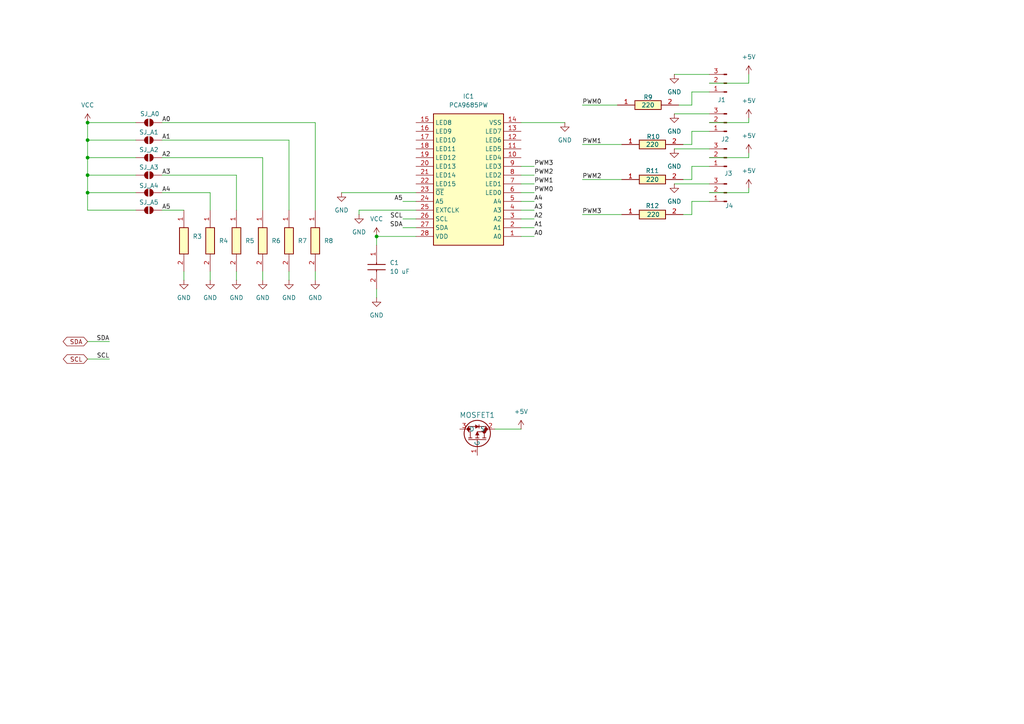
<source format=kicad_sch>
(kicad_sch (version 20250114) (generator "eeschema") (generator_version "9.0")
  (paper "A4")
  (lib_symbols
    (symbol "Capacitors:C0805C106K8PACTU" (pin_names (hide yes))
      (property "Reference" "C" (at 8.89 6.35 0))
      (property "Value" "C0805C106K8PACTU" (at 8.89 3.81 0))
      (symbol "C0805C106K8PACTU_1_1"
        (polyline (pts (xy 5.08 0) (xy 5.588 0)) (stroke (width 0.254)))
        (polyline (pts (xy 5.588 2.54) (xy 5.588 -2.54)) (stroke (width 0.254)))
        (polyline (pts (xy 7.112 2.54) (xy 7.112 -2.54)) (stroke (width 0.254)))
        (polyline (pts (xy 7.112 0) (xy 7.62 0)) (stroke (width 0.254)))
        (pin passive line (at 0 0 0) (length 5.08) (name "1") (number "1"))
        (pin passive line (at 12.7 0 180) (length 5.08) (name "2") (number "2"))
      )
    )
    (symbol "Connector:Conn_01x03_Pin" (pin_names (offset 1.016) (hide yes))
      (property "Reference" "J" (at 0 5.08 0))
      (property "Value" "Conn_01x03_Pin" (at 0 -5.08 0))
      (symbol "Conn_01x03_Pin_1_1"
        (rectangle (start 0.8636 2.667) (end 0 2.413) (stroke (width 0.1524)) (fill (type outline)))
        (rectangle (start 0.8636 0.127) (end 0 -0.127) (stroke (width 0.1524)) (fill (type outline)))
        (rectangle (start 0.8636 -2.413) (end 0 -2.667) (stroke (width 0.1524)) (fill (type outline)))
        (polyline (pts (xy 1.27 2.54) (xy 0.8636 2.54)) (stroke (width 0.1524)))
        (polyline (pts (xy 1.27 0) (xy 0.8636 0)) (stroke (width 0.1524)))
        (polyline (pts (xy 1.27 -2.54) (xy 0.8636 -2.54)) (stroke (width 0.1524)))
        (pin passive line (at 5.08 2.54 180) (length 3.81) (name "Pin_1") (number "1"))
        (pin passive line (at 5.08 0 180) (length 3.81) (name "Pin_2") (number "2"))
        (pin passive line (at 5.08 -2.54 180) (length 3.81) (name "Pin_3") (number "3"))
      )
    )
    (symbol "Drivers:PCA9685PW"
      (property "Reference" "IC" (at 26.67 7.62 0))
      (property "Value" "PCA9685PW" (at 26.67 5.08 0))
      (symbol "PCA9685PW_1_1"
        (rectangle (start 5.08 2.54) (end 25.4 -35.56) (stroke (width 0.254)) (fill (type background)))
        (pin passive line (at 0 0 0) (length 5.08) (name "A0") (number "1"))
        (pin passive line (at 0 -2.54 0) (length 5.08) (name "A1") (number "2"))
        (pin passive line (at 0 -5.08 0) (length 5.08) (name "A2") (number "3"))
        (pin passive line (at 0 -7.62 0) (length 5.08) (name "A3") (number "4"))
        (pin passive line (at 0 -10.16 0) (length 5.08) (name "A4") (number "5"))
        (pin passive line (at 0 -12.7 0) (length 5.08) (name "LED0") (number "6"))
        (pin passive line (at 0 -15.24 0) (length 5.08) (name "LED1") (number "7"))
        (pin passive line (at 0 -17.78 0) (length 5.08) (name "LED2") (number "8"))
        (pin passive line (at 0 -20.32 0) (length 5.08) (name "LED3") (number "9"))
        (pin passive line (at 0 -22.86 0) (length 5.08) (name "LED4") (number "10"))
        (pin passive line (at 0 -25.4 0) (length 5.08) (name "LED5") (number "11"))
        (pin passive line (at 0 -27.94 0) (length 5.08) (name "LED6") (number "12"))
        (pin passive line (at 0 -30.48 0) (length 5.08) (name "LED7") (number "13"))
        (pin passive line (at 0 -33.02 0) (length 5.08) (name "VSS") (number "14"))
        (pin passive line (at 30.48 0 180) (length 5.08) (name "VDD") (number "28"))
        (pin passive line (at 30.48 -2.54 180) (length 5.08) (name "SDA") (number "27"))
        (pin passive line (at 30.48 -5.08 180) (length 5.08) (name "SCL") (number "26"))
        (pin passive line (at 30.48 -7.62 180) (length 5.08) (name "EXTCLK") (number "25"))
        (pin passive line (at 30.48 -10.16 180) (length 5.08) (name "A5") (number "24"))
        (pin passive line (at 30.48 -12.7 180) (length 5.08) (name "~{OE}") (number "23"))
        (pin passive line (at 30.48 -15.24 180) (length 5.08) (name "LED15") (number "22"))
        (pin passive line (at 30.48 -17.78 180) (length 5.08) (name "LED14") (number "21"))
        (pin passive line (at 30.48 -20.32 180) (length 5.08) (name "LED13") (number "20"))
        (pin passive line (at 30.48 -22.86 180) (length 5.08) (name "LED12") (number "19"))
        (pin passive line (at 30.48 -25.4 180) (length 5.08) (name "LED11") (number "18"))
        (pin passive line (at 30.48 -27.94 180) (length 5.08) (name "LED10") (number "17"))
        (pin passive line (at 30.48 -30.48 180) (length 5.08) (name "LED9") (number "16"))
        (pin passive line (at 30.48 -33.02 180) (length 5.08) (name "LED8") (number "15"))
      )
    )
    (symbol "Jumper:SolderJumper_2_Open" (pin_numbers (hide yes)) (pin_names (offset 0) (hide yes)) (in_bom no)
      (property "Reference" "JP" (at 0 2.032 0))
      (property "Value" "SolderJumper_2_Open" (at 0 -2.54 0))
      (symbol "SolderJumper_2_Open_0_1"
        (polyline (pts (xy -0.254 1.016) (xy -0.254 -1.016)))
        (arc (start -0.254 -1.016) (mid -1.2656 0) (end -0.254 1.016))
        (arc (start -0.254 -1.016) (mid -1.2656 0) (end -0.254 1.016) (fill (type outline)))
        (arc (start 0.254 1.016) (mid 1.2656 0) (end 0.254 -1.016))
        (arc (start 0.254 1.016) (mid 1.2656 0) (end 0.254 -1.016) (fill (type outline)))
        (polyline (pts (xy 0.254 1.016) (xy 0.254 -1.016)))
      )
      (symbol "SolderJumper_2_Open_1_1"
        (pin passive line (at -3.81 0 0) (length 2.54) (name "A") (number "1"))
        (pin passive line (at 3.81 0 180) (length 2.54) (name "B") (number "2"))
      )
    )
    (symbol "Mosfets:IRLML6401TRPBF" (pin_names (offset 0.254))
      (property "Reference" "MOSFET" (at 11.43 1.905 0))
      (property "Value" "IRLML6401TRPBF" (at 11.43 -2.54 0))
      (symbol "IRLML6401TRPBF_0_1"
        (polyline (pts (xy 2.54 0) (xy 4.572 0)) (stroke (width 0.2032)))
        (polyline (pts (xy 4.572 -2.54) (xy 4.572 2.54)) (stroke (width 0.2032)))
        (polyline (pts (xy 5.08 2.032) (xy 6.858 2.032)) (stroke (width 0.2032)))
        (polyline (pts (xy 5.08 1.524) (xy 5.08 2.54)) (stroke (width 0.2032)))
        (polyline (pts (xy 5.08 0) (xy 6.858 0)) (stroke (width 0.2032)))
        (polyline (pts (xy 5.08 -0.508) (xy 5.08 0.508)) (stroke (width 0.2032)))
        (polyline (pts (xy 5.08 -2.032) (xy 6.858 -2.032)) (stroke (width 0.2032)))
        (polyline (pts (xy 5.08 -2.54) (xy 5.08 -1.524)) (stroke (width 0.2032)))
        (polyline (pts (xy 5.842 0.508) (xy 6.858 0) (xy 5.842 -0.508)) (fill (type outline)))
        (circle (center 6.35 0) (radius 3.81) (stroke (width 0.254)))
        (polyline (pts (xy 6.858 2.54) (xy 8.382 2.54)) (stroke (width 0.2032)))
        (polyline (pts (xy 6.858 2.032) (xy 6.858 2.54)) (stroke (width 0.2032)))
        (circle (center 6.858 -2.032) (radius 0.0254) (stroke (width 0.508)))
        (polyline (pts (xy 6.858 -2.54) (xy 6.858 0)) (stroke (width 0.2032)))
        (polyline (pts (xy 6.858 -2.54) (xy 8.382 -2.54)) (stroke (width 0.2032)))
        (circle (center 7.62 2.54) (radius 0.0254) (stroke (width 0.508)))
        (circle (center 7.62 -2.54) (radius 0.0254) (stroke (width 0.508)))
        (polyline (pts (xy 8.382 -2.54) (xy 8.382 2.54)) (stroke (width 0.2032)))
        (polyline (pts (xy 8.89 0.508) (xy 7.874 0.508) (xy 8.382 -0.508)) (fill (type outline)))
        (polyline (pts (xy 8.89 -0.508) (xy 7.874 -0.508)) (stroke (width 0.2032)))
        (pin unspecified line (at 0 0 0) (length 2.54) (name "G") (number "1"))
        (pin unspecified line (at 7.62 5.08 270) (length 2.54) (name "D") (number "3"))
        (pin unspecified line (at 7.62 -5.08 90) (length 2.54) (name "S") (number "2"))
      )
    )
    (symbol "Resistors:RC0402JR-13220RL" (pin_names (hide yes))
      (property "Reference" "R" (at 13.97 6.35 0))
      (property "Value" "RC0402JR-13220RL" (at 13.97 3.81 0))
      (symbol "RC0402JR-13220RL_1_1"
        (rectangle (start 5.08 1.27) (end 12.7 -1.27) (stroke (width 0.254)) (fill (type background)))
        (pin passive line (at 0 0 0) (length 5.08) (name "1") (number "1"))
        (pin passive line (at 17.78 0 180) (length 5.08) (name "2") (number "2"))
      )
    )
    (symbol "Resistors:RC0603FR-0710KL" (pin_names (hide yes))
      (property "Reference" "R" (at 13.97 6.35 0))
      (property "Value" "RC0603FR-0710KL" (at 13.97 3.81 0))
      (symbol "RC0603FR-0710KL_1_1"
        (rectangle (start 5.08 1.27) (end 12.7 -1.27) (stroke (width 0.254)) (fill (type background)))
        (pin passive line (at 0 0 0) (length 5.08) (name "1") (number "1"))
        (pin passive line (at 17.78 0 180) (length 5.08) (name "2") (number "2"))
      )
    )
    (symbol "power:+5V" (power) (pin_numbers (hide yes)) (pin_names (offset 0) (hide yes))
      (property "Value" "+5V" (at 0 3.556 0))
      (symbol "+5V_0_1"
        (polyline (pts (xy -0.762 1.27) (xy 0 2.54)))
        (polyline (pts (xy 0 2.54) (xy 0.762 1.27)))
        (polyline (pts (xy 0 0) (xy 0 2.54)))
      )
      (symbol "+5V_1_1"
        (pin power_in line (at 0 0 90) (length 0) (name "~") (number "1"))
      )
    )
    (symbol "power:GND" (power) (pin_numbers (hide yes)) (pin_names (offset 0) (hide yes))
      (property "Value" "GND" (at 0 -3.81 0))
      (symbol "GND_0_1"
        (polyline (pts (xy 0 0) (xy 0 -1.27) (xy 1.27 -1.27) (xy 0 -2.54) (xy -1.27 -1.27) (xy 0 -1.27)))
      )
      (symbol "GND_1_1"
        (pin power_in line (at 0 0 270) (length 0) (name "~") (number "1"))
      )
    )
    (symbol "power:VCC" (power) (pin_numbers (hide yes)) (pin_names (offset 0) (hide yes))
      (property "Value" "VCC" (at 0 3.556 0))
      (symbol "VCC_0_1"
        (polyline (pts (xy -0.762 1.27) (xy 0 2.54)))
        (polyline (pts (xy 0 2.54) (xy 0.762 1.27)))
        (polyline (pts (xy 0 0) (xy 0 2.54)))
      )
      (symbol "VCC_1_1"
        (pin power_in line (at 0 0 90) (length 0) (name "~") (number "1"))
      )
    )
  )
  (junction (at 25.4 35.56))
  (junction (at 25.4 45.72))
  (junction (at 25.4 40.64))
  (junction (at 109.22 68.58))
  (junction (at 25.4 55.88))
  (junction (at 25.4 50.8))
  (wire (pts (xy 68.58 50.8) (xy 68.58 60.96)))
  (wire (pts (xy 83.82 40.64) (xy 83.82 60.96)))
  (wire (pts (xy 25.4 50.8) (xy 39.37 50.8)))
  (wire (pts (xy 25.4 99.06) (xy 31.75 99.06)))
  (wire (pts (xy 83.82 78.74) (xy 83.82 81.28)))
  (wire (pts (xy 168.91 52.07) (xy 180.34 52.07)))
  (wire (pts (xy 116.84 63.5) (xy 120.65 63.5)))
  (wire (pts (xy 205.74 45.72) (xy 217.17 45.72)))
  (wire (pts (xy 151.13 68.58) (xy 154.94 68.58)))
  (wire (pts (xy 99.06 55.88) (xy 120.65 55.88)))
  (wire (pts (xy 25.4 45.72) (xy 39.37 45.72)))
  (wire (pts (xy 25.4 40.64) (xy 39.37 40.64)))
  (wire (pts (xy 91.44 78.74) (xy 91.44 81.28)))
  (wire (pts (xy 198.12 62.23) (xy 200.66 62.23)))
  (wire (pts (xy 25.4 35.56) (xy 25.4 40.64)))
  (wire (pts (xy 109.22 83.82) (xy 109.22 86.36)))
  (wire (pts (xy 195.58 21.59) (xy 205.74 21.59)))
  (wire (pts (xy 198.12 41.91) (xy 200.66 41.91)))
  (wire (pts (xy 217.17 24.13) (xy 205.74 24.13)))
  (wire (pts (xy 151.13 50.8) (xy 154.94 50.8)))
  (wire (pts (xy 25.4 55.88) (xy 25.4 60.96)))
  (wire (pts (xy 109.22 68.58) (xy 120.65 68.58)))
  (wire (pts (xy 200.66 58.42) (xy 205.74 58.42)))
  (wire (pts (xy 151.13 48.26) (xy 154.94 48.26)))
  (wire (pts (xy 46.99 50.8) (xy 68.58 50.8)))
  (wire (pts (xy 195.58 53.34) (xy 205.74 53.34)))
  (wire (pts (xy 25.4 35.56) (xy 39.37 35.56)))
  (wire (pts (xy 151.13 53.34) (xy 154.94 53.34)))
  (wire (pts (xy 25.4 45.72) (xy 25.4 50.8)))
  (wire (pts (xy 195.58 43.18) (xy 205.74 43.18)))
  (wire (pts (xy 25.4 104.14) (xy 31.75 104.14)))
  (wire (pts (xy 217.17 35.56) (xy 217.17 34.29)))
  (wire (pts (xy 104.14 60.96) (xy 104.14 62.23)))
  (wire (pts (xy 25.4 40.64) (xy 25.4 45.72)))
  (wire (pts (xy 200.66 52.07) (xy 200.66 48.26)))
  (wire (pts (xy 151.13 60.96) (xy 154.94 60.96)))
  (wire (pts (xy 76.2 45.72) (xy 76.2 60.96)))
  (wire (pts (xy 25.4 60.96) (xy 39.37 60.96)))
  (wire (pts (xy 25.4 55.88) (xy 39.37 55.88)))
  (wire (pts (xy 200.66 26.67) (xy 205.74 26.67)))
  (wire (pts (xy 53.34 78.74) (xy 53.34 81.28)))
  (wire (pts (xy 200.66 62.23) (xy 200.66 58.42)))
  (wire (pts (xy 109.22 68.58) (xy 109.22 71.12)))
  (wire (pts (xy 217.17 21.59) (xy 217.17 24.13)))
  (wire (pts (xy 46.99 35.56) (xy 91.44 35.56)))
  (wire (pts (xy 116.84 66.04) (xy 120.65 66.04)))
  (wire (pts (xy 151.13 58.42) (xy 154.94 58.42)))
  (wire (pts (xy 168.91 30.48) (xy 179.07 30.48)))
  (wire (pts (xy 143.51 124.46) (xy 151.13 124.46)))
  (wire (pts (xy 151.13 63.5) (xy 154.94 63.5)))
  (wire (pts (xy 68.58 78.74) (xy 68.58 81.28)))
  (wire (pts (xy 46.99 45.72) (xy 76.2 45.72)))
  (wire (pts (xy 151.13 66.04) (xy 154.94 66.04)))
  (wire (pts (xy 46.99 60.96) (xy 53.34 60.96)))
  (wire (pts (xy 168.91 62.23) (xy 180.34 62.23)))
  (wire (pts (xy 200.66 41.91) (xy 200.66 38.1)))
  (wire (pts (xy 217.17 55.88) (xy 217.17 54.61)))
  (wire (pts (xy 116.84 58.42) (xy 120.65 58.42)))
  (wire (pts (xy 120.65 60.96) (xy 104.14 60.96)))
  (wire (pts (xy 198.12 52.07) (xy 200.66 52.07)))
  (wire (pts (xy 151.13 55.88) (xy 154.94 55.88)))
  (wire (pts (xy 168.91 41.91) (xy 180.34 41.91)))
  (wire (pts (xy 25.4 50.8) (xy 25.4 55.88)))
  (wire (pts (xy 205.74 55.88) (xy 217.17 55.88)))
  (wire (pts (xy 205.74 35.56) (xy 217.17 35.56)))
  (wire (pts (xy 76.2 78.74) (xy 76.2 81.28)))
  (wire (pts (xy 195.58 33.02) (xy 205.74 33.02)))
  (wire (pts (xy 217.17 45.72) (xy 217.17 44.45)))
  (wire (pts (xy 46.99 40.64) (xy 83.82 40.64)))
  (wire (pts (xy 60.96 55.88) (xy 60.96 60.96)))
  (wire (pts (xy 200.66 30.48) (xy 200.66 26.67)))
  (wire (pts (xy 91.44 35.56) (xy 91.44 60.96)))
  (wire (pts (xy 200.66 48.26) (xy 205.74 48.26)))
  (wire (pts (xy 46.99 55.88) (xy 60.96 55.88)))
  (wire (pts (xy 196.85 30.48) (xy 200.66 30.48)))
  (wire (pts (xy 151.13 35.56) (xy 163.83 35.56)))
  (wire (pts (xy 200.66 38.1) (xy 205.74 38.1)))
  (wire (pts (xy 60.96 78.74) (xy 60.96 81.28)))
  (label "PWM2" (at 168.91 52.07 0))
  (label "SCL" (at 31.75 104.14 180))
  (label "PWM1" (at 168.91 41.91 0))
  (label "A2" (at 154.94 63.5 0))
  (label "A3" (at 46.99 50.8 0))
  (label "SCL" (at 116.84 63.5 180))
  (label "SDA" (at 116.84 66.04 180))
  (label "A4" (at 154.94 58.42 0))
  (label "PWM0" (at 168.91 30.48 0))
  (label "A1" (at 154.94 66.04 0))
  (label "A4" (at 46.99 55.88 0))
  (label "PWM0" (at 154.94 55.88 0))
  (label "A1" (at 46.99 40.64 0))
  (label "A3" (at 154.94 60.96 0))
  (label "PWM1" (at 154.94 53.34 0))
  (label "A5" (at 46.99 60.96 0))
  (label "A2" (at 46.99 45.72 0))
  (label "PWM2" (at 154.94 50.8 0))
  (label "A5" (at 116.84 58.42 180))
  (label "PWM3" (at 154.94 48.26 0))
  (label "PWM3" (at 168.91 62.23 0))
  (label "A0" (at 154.94 68.58 0))
  (label "A0" (at 46.99 35.56 0))
  (label "SDA" (at 31.75 99.06 180))
  (global_label "SCL" (shape bidirectional) (at 25.4 104.14 180) (property "Intersheetrefs" "${INTERSHEET_REFS}" (effects (hide yes))))
  (global_label "SDA" (shape bidirectional) (at 25.4 99.06 180) (property "Intersheetrefs" "${INTERSHEET_REFS}" (effects (hide yes))))
  (symbol (lib_id "Jumper:SolderJumper_2_Open") (at 43.18 45.72 0) (unit 1) (in_bom no)
    (property "Reference" "SJ_A2" (at 43.18 43.434 0))
    (property "Value" "SolderJumper_2_Open" (effects (hide yes)))
    (property "Description" "Solder Jumper, 2-pole, open" (effects (hide yes)))
  )
  (symbol (lib_id "Mosfets:IRLML6401TRPBF") (at 138.43 132.08 90) (unit 1)
    (property "Reference" "MOSFET1" (at 138.43 120.396 90) (effects (font (size 1.524 1.524))))
    (property "Value" "IRLML6401TRPBF" (effects (hide yes)))
    (property "Footprint" "Mosfets:MICRO3_SOT23_INF" (effects (hide yes)))
    (property "Datasheet" "https://www.infineon.com/dgdl/irlml6401pbf.pdf?fileId=5546d462533600a401535668b96d2634" (effects (hide yes)))
  )
  (symbol (lib_id "power:+5V") (at 217.17 21.59 0) (unit 1)
    (property "Reference" "#PWR012" (effects (hide yes)))
    (property "Value" "+5V" (at 217.17 16.51 0))
    (property "Description" "Power symbol creates a global label with name \"+5V\"" (effects (hide yes)))
  )
  (symbol (lib_id "Resistors:RC0603FR-0710KL") (at 60.96 60.96 270) (unit 1)
    (property "Reference" "R4" (at 63.5 69.8499 90) (effects (justify left)))
    (property "Value" "RC0603FR-0710KL" (effects (hide yes)))
    (property "Footprint" "Resistors:RESC1608X55N" (effects (hide yes)))
    (property "Datasheet" "http://www.yageo.com/documents/recent/PYu-RC0603_51_RoHS_L_v5.pdf" (effects (hide yes)))
    (property "Description" "Yageo RC Series Thick Film Surface Mount Resistor 0603 Case 10k" (effects (hide yes)))
    (property "Height" "0.55" (effects (hide yes)))
    (property "Manufacturer_Name" "KEMET" (effects (hide yes)))
    (property "Manufacturer_Part_Number" "RC0603FR-0710KL" (effects (hide yes)))
    (property "Mouser Part Number" "603-RC0603FR-0710KL" (effects (hide yes)))
    (property "Mouser Price/Stock" "https://www.mouser.co.uk/ProductDetail/YAGEO/RC0603FR-0710KL?qs=grNVn54RoB%252B3GtjbJj3wJQ%3D%3D" (effects (hide yes)))
    (property "Arrow Part Number" "RC0603FR-0710KL" (effects (hide yes)))
    (property "Arrow Price/Stock" "https://www.arrow.com/en/products/rc0603fr-0710kl/yageo?region=nac" (effects (hide yes)))
  )
  (symbol (lib_id "Resistors:RC0402JR-13220RL") (at 180.34 52.07 0) (unit 1)
    (property "Reference" "R11" (at 189.23 49.53 0))
    (property "Value" "220" (at 189.23 52.07 0))
    (property "Footprint" "Resistors:RESC1005X40N" (effects (hide yes)))
    (property "Datasheet" "https://www.mouser.com/datasheet/2/447/PYu-RC_Group_51_RoHS_L_9-1314892.pdf" (effects (hide yes)))
    (property "Description" "220 Ohms +/-5% 0.063W, 1/16W Chip Resistor 0402 (1005 Metric) Thick Film" (effects (hide yes)))
    (property "Height" "0.4" (effects (hide yes)))
    (property "Manufacturer_Name" "YAGEO" (effects (hide yes)))
    (property "Manufacturer_Part_Number" "RC0402JR-13220RL" (effects (hide yes)))
  )
  (symbol (lib_id "power:GND") (at 60.96 81.28 0) (unit 1)
    (property "Reference" "#PWR07" (effects (hide yes)))
    (property "Value" "GND" (at 60.96 86.36 0))
    (property "Description" "Power symbol creates a global label with name \"GND\" , ground" (effects (hide yes)))
  )
  (symbol (lib_id "power:+5V") (at 217.17 34.29 0) (unit 1)
    (property "Reference" "#PWR014" (effects (hide yes)))
    (property "Value" "+5V" (at 217.17 29.21 0))
    (property "Description" "Power symbol creates a global label with name \"+5V\"" (effects (hide yes)))
  )
  (symbol (lib_id "Connector:Conn_01x03_Pin") (at 210.82 55.88 180) (unit 1)
    (property "Reference" "J4" (at 210.312 59.69 0) (effects (justify right)))
    (property "Value" "Conn_01x03_Pin" (effects (hide yes)))
    (property "Description" "Generic connector, single row, 01x03, script generated" (effects (hide yes)))
  )
  (symbol (lib_id "power:GND") (at 195.58 43.18 0) (unit 1)
    (property "Reference" "#PWR018" (effects (hide yes)))
    (property "Value" "GND" (at 195.58 48.26 0))
    (property "Description" "Power symbol creates a global label with name \"GND\" , ground" (effects (hide yes)))
  )
  (symbol (lib_id "Resistors:RC0402JR-13220RL") (at 180.34 62.23 0) (unit 1)
    (property "Reference" "R12" (at 189.23 59.69 0))
    (property "Value" "220" (at 189.484 62.23 0))
    (property "Footprint" "Resistors:RESC1005X40N" (effects (hide yes)))
    (property "Datasheet" "https://www.mouser.com/datasheet/2/447/PYu-RC_Group_51_RoHS_L_9-1314892.pdf" (effects (hide yes)))
    (property "Description" "220 Ohms +/-5% 0.063W, 1/16W Chip Resistor 0402 (1005 Metric) Thick Film" (effects (hide yes)))
    (property "Height" "0.4" (effects (hide yes)))
    (property "Manufacturer_Name" "YAGEO" (effects (hide yes)))
    (property "Manufacturer_Part_Number" "RC0402JR-13220RL" (effects (hide yes)))
  )
  (symbol (lib_id "power:+5V") (at 151.13 124.46 0) (unit 1)
    (property "Reference" "#PWR025" (effects (hide yes)))
    (property "Value" "+5V" (at 151.13 119.38 0))
    (property "Description" "Power symbol creates a global label with name \"+5V\"" (effects (hide yes)))
  )
  (symbol (lib_id "power:GND") (at 68.58 81.28 0) (unit 1)
    (property "Reference" "#PWR08" (effects (hide yes)))
    (property "Value" "GND" (at 68.58 86.36 0))
    (property "Description" "Power symbol creates a global label with name \"GND\" , ground" (effects (hide yes)))
  )
  (symbol (lib_id "power:GND") (at 104.14 62.23 0) (unit 1)
    (property "Reference" "#PWR022" (effects (hide yes)))
    (property "Value" "GND" (at 104.14 67.31 0))
    (property "Description" "Power symbol creates a global label with name \"GND\" , ground" (effects (hide yes)))
  )
  (symbol (lib_id "power:GND") (at 109.22 86.36 0) (unit 1)
    (property "Reference" "#PWR023" (effects (hide yes)))
    (property "Value" "GND" (at 109.22 91.44 0))
    (property "Description" "Power symbol creates a global label with name \"GND\" , ground" (effects (hide yes)))
  )
  (symbol (lib_id "power:VCC") (at 25.4 35.56 0) (unit 1)
    (property "Reference" "#PWR05" (effects (hide yes)))
    (property "Value" "VCC" (at 25.4 30.48 0))
    (property "Description" "Power symbol creates a global label with name \"VCC\"" (effects (hide yes)))
  )
  (symbol (lib_id "Connector:Conn_01x03_Pin") (at 210.82 45.72 180) (unit 1)
    (property "Reference" "J3" (at 210.058 50.292 0) (effects (justify right)))
    (property "Value" "Conn_01x03_Pin" (effects (hide yes)))
    (property "Description" "Generic connector, single row, 01x03, script generated" (effects (hide yes)))
  )
  (symbol (lib_id "Jumper:SolderJumper_2_Open") (at 43.18 60.96 0) (unit 1) (in_bom no)
    (property "Reference" "SJ_A5" (at 43.18 58.674 0))
    (property "Value" "SolderJumper_2_Open" (effects (hide yes)))
    (property "Description" "Solder Jumper, 2-pole, open" (effects (hide yes)))
  )
  (symbol (lib_id "Resistors:RC0603FR-0710KL") (at 83.82 60.96 270) (unit 1)
    (property "Reference" "R7" (at 86.36 69.8499 90) (effects (justify left)))
    (property "Value" "RC0603FR-0710KL" (effects (hide yes)))
    (property "Footprint" "Resistors:RESC1608X55N" (effects (hide yes)))
    (property "Datasheet" "http://www.yageo.com/documents/recent/PYu-RC0603_51_RoHS_L_v5.pdf" (effects (hide yes)))
    (property "Description" "Yageo RC Series Thick Film Surface Mount Resistor 0603 Case 10k" (effects (hide yes)))
    (property "Height" "0.55" (effects (hide yes)))
    (property "Manufacturer_Name" "KEMET" (effects (hide yes)))
    (property "Manufacturer_Part_Number" "RC0603FR-0710KL" (effects (hide yes)))
    (property "Mouser Part Number" "603-RC0603FR-0710KL" (effects (hide yes)))
    (property "Mouser Price/Stock" "https://www.mouser.co.uk/ProductDetail/YAGEO/RC0603FR-0710KL?qs=grNVn54RoB%252B3GtjbJj3wJQ%3D%3D" (effects (hide yes)))
    (property "Arrow Part Number" "RC0603FR-0710KL" (effects (hide yes)))
    (property "Arrow Price/Stock" "https://www.arrow.com/en/products/rc0603fr-0710kl/yageo?region=nac" (effects (hide yes)))
  )
  (symbol (lib_id "Resistors:RC0402JR-13220RL") (at 180.34 41.91 0) (unit 1)
    (property "Reference" "R10" (at 189.484 39.624 0))
    (property "Value" "220" (at 189.23 41.91 0))
    (property "Footprint" "Resistors:RESC1005X40N" (effects (hide yes)))
    (property "Datasheet" "https://www.mouser.com/datasheet/2/447/PYu-RC_Group_51_RoHS_L_9-1314892.pdf" (effects (hide yes)))
    (property "Description" "220 Ohms +/-5% 0.063W, 1/16W Chip Resistor 0402 (1005 Metric) Thick Film" (effects (hide yes)))
    (property "Height" "0.4" (effects (hide yes)))
    (property "Manufacturer_Name" "YAGEO" (effects (hide yes)))
    (property "Manufacturer_Part_Number" "RC0402JR-13220RL" (effects (hide yes)))
  )
  (symbol (lib_id "Drivers:PCA9685PW") (at 151.13 68.58 180) (unit 1)
    (property "Reference" "IC1" (at 135.89 27.94 0))
    (property "Value" "PCA9685PW" (at 135.89 30.48 0))
    (property "Footprint" "Drivers:SOP65P640X110-28N" (effects (hide yes)))
    (property "Datasheet" "https://4donline.ihs.com/images/VipMasterIC/IC/PHGL/PHGL-S-A0000775254/PHGL-S-A0000775254-1.pdf?hkey=EF798316E3902B6ED9A73243A3159BB0" (effects (hide yes)))
    (property "Description" "LED Display Drivers PCA9685PW/TSSOP28///STANDARD MARKING * IC\\'S TUBE -" (effects (hide yes)))
    (property "Height" "1.1" (effects (hide yes)))
    (property "Manufacturer_Name" "NXP" (effects (hide yes)))
    (property "Manufacturer_Part_Number" "PCA9685PW" (effects (hide yes)))
    (property "Mouser Part Number" "N/A" (effects (hide yes)))
    (property "Mouser Price/Stock" "https://www.mouser.co.uk/ProductDetail/NXP-Semiconductors/PCA9685PW/?qs=wXXwzvj5w%252BEzwvjqh1LFVQ%3D%3D" (effects (hide yes)))
  )
  (symbol (lib_id "Jumper:SolderJumper_2_Open") (at 43.18 50.8 0) (unit 1) (in_bom no)
    (property "Reference" "SJ_A3" (at 43.18 48.514 0))
    (property "Value" "SolderJumper_2_Open" (effects (hide yes)))
    (property "Description" "Solder Jumper, 2-pole, open" (effects (hide yes)))
  )
  (symbol (lib_id "power:VCC") (at 109.22 68.58 0) (unit 1)
    (property "Reference" "#PWR020" (effects (hide yes)))
    (property "Value" "VCC" (at 109.22 63.5 0))
    (property "Description" "Power symbol creates a global label with name \"VCC\"" (effects (hide yes)))
  )
  (symbol (lib_id "Resistors:RC0402JR-13220RL") (at 179.07 30.48 0) (unit 1)
    (property "Reference" "R9" (at 187.96 28.194 0))
    (property "Value" "220" (at 187.96 30.48 0))
    (property "Footprint" "Resistors:RESC1005X40N" (effects (hide yes)))
    (property "Datasheet" "https://www.mouser.com/datasheet/2/447/PYu-RC_Group_51_RoHS_L_9-1314892.pdf" (effects (hide yes)))
    (property "Description" "220 Ohms +/-5% 0.063W, 1/16W Chip Resistor 0402 (1005 Metric) Thick Film" (effects (hide yes)))
    (property "Height" "0.4" (effects (hide yes)))
    (property "Manufacturer_Name" "YAGEO" (effects (hide yes)))
    (property "Manufacturer_Part_Number" "RC0402JR-13220RL" (effects (hide yes)))
  )
  (symbol (lib_id "power:GND") (at 195.58 21.59 0) (unit 1)
    (property "Reference" "#PWR016" (effects (hide yes)))
    (property "Value" "GND" (at 195.58 26.67 0))
    (property "Description" "Power symbol creates a global label with name \"GND\" , ground" (effects (hide yes)))
  )
  (symbol (lib_id "power:GND") (at 76.2 81.28 0) (unit 1)
    (property "Reference" "#PWR09" (effects (hide yes)))
    (property "Value" "GND" (at 76.2 86.36 0))
    (property "Description" "Power symbol creates a global label with name \"GND\" , ground" (effects (hide yes)))
  )
  (symbol (lib_id "power:+5V") (at 217.17 44.45 0) (unit 1)
    (property "Reference" "#PWR015" (effects (hide yes)))
    (property "Value" "+5V" (at 217.17 39.37 0))
    (property "Description" "Power symbol creates a global label with name \"+5V\"" (effects (hide yes)))
  )
  (symbol (lib_id "Jumper:SolderJumper_2_Open") (at 43.18 55.88 0) (unit 1) (in_bom no)
    (property "Reference" "SJ_A4" (at 43.18 53.848 0))
    (property "Value" "SolderJumper_2_Open" (effects (hide yes)))
    (property "Description" "Solder Jumper, 2-pole, open" (effects (hide yes)))
  )
  (symbol (lib_id "power:GND") (at 91.44 81.28 0) (unit 1)
    (property "Reference" "#PWR011" (effects (hide yes)))
    (property "Value" "GND" (at 91.44 86.36 0))
    (property "Description" "Power symbol creates a global label with name \"GND\" , ground" (effects (hide yes)))
  )
  (symbol (lib_id "power:GND") (at 53.34 81.28 0) (unit 1)
    (property "Reference" "#PWR06" (effects (hide yes)))
    (property "Value" "GND" (at 53.34 86.36 0))
    (property "Description" "Power symbol creates a global label with name \"GND\" , ground" (effects (hide yes)))
  )
  (symbol (lib_id "Resistors:RC0603FR-0710KL") (at 76.2 60.96 270) (unit 1)
    (property "Reference" "R6" (at 78.74 69.8499 90) (effects (justify left)))
    (property "Value" "RC0603FR-0710KL" (effects (hide yes)))
    (property "Footprint" "Resistors:RESC1608X55N" (effects (hide yes)))
    (property "Datasheet" "http://www.yageo.com/documents/recent/PYu-RC0603_51_RoHS_L_v5.pdf" (effects (hide yes)))
    (property "Description" "Yageo RC Series Thick Film Surface Mount Resistor 0603 Case 10k" (effects (hide yes)))
    (property "Height" "0.55" (effects (hide yes)))
    (property "Manufacturer_Name" "KEMET" (effects (hide yes)))
    (property "Manufacturer_Part_Number" "RC0603FR-0710KL" (effects (hide yes)))
    (property "Mouser Part Number" "603-RC0603FR-0710KL" (effects (hide yes)))
    (property "Mouser Price/Stock" "https://www.mouser.co.uk/ProductDetail/YAGEO/RC0603FR-0710KL?qs=grNVn54RoB%252B3GtjbJj3wJQ%3D%3D" (effects (hide yes)))
    (property "Arrow Part Number" "RC0603FR-0710KL" (effects (hide yes)))
    (property "Arrow Price/Stock" "https://www.arrow.com/en/products/rc0603fr-0710kl/yageo?region=nac" (effects (hide yes)))
  )
  (symbol (lib_id "Resistors:RC0603FR-0710KL") (at 91.44 60.96 270) (unit 1)
    (property "Reference" "R8" (at 93.98 69.8499 90) (effects (justify left)))
    (property "Value" "RC0603FR-0710KL" (effects (hide yes)))
    (property "Footprint" "Resistors:RESC1608X55N" (effects (hide yes)))
    (property "Datasheet" "http://www.yageo.com/documents/recent/PYu-RC0603_51_RoHS_L_v5.pdf" (effects (hide yes)))
    (property "Description" "Yageo RC Series Thick Film Surface Mount Resistor 0603 Case 10k" (effects (hide yes)))
    (property "Height" "0.55" (effects (hide yes)))
    (property "Manufacturer_Name" "KEMET" (effects (hide yes)))
    (property "Manufacturer_Part_Number" "RC0603FR-0710KL" (effects (hide yes)))
    (property "Mouser Part Number" "603-RC0603FR-0710KL" (effects (hide yes)))
    (property "Mouser Price/Stock" "https://www.mouser.co.uk/ProductDetail/YAGEO/RC0603FR-0710KL?qs=grNVn54RoB%252B3GtjbJj3wJQ%3D%3D" (effects (hide yes)))
    (property "Arrow Part Number" "RC0603FR-0710KL" (effects (hide yes)))
    (property "Arrow Price/Stock" "https://www.arrow.com/en/products/rc0603fr-0710kl/yageo?region=nac" (effects (hide yes)))
  )
  (symbol (lib_id "power:+5V") (at 217.17 54.61 0) (unit 1)
    (property "Reference" "#PWR013" (effects (hide yes)))
    (property "Value" "+5V" (at 217.17 49.53 0))
    (property "Description" "Power symbol creates a global label with name \"+5V\"" (effects (hide yes)))
  )
  (symbol (lib_id "Connector:Conn_01x03_Pin") (at 210.82 35.56 180) (unit 1)
    (property "Reference" "J2" (at 210.312 40.386 0))
    (property "Value" "Conn_01x03_Pin" (effects (hide yes)))
    (property "Description" "Generic connector, single row, 01x03, script generated" (effects (hide yes)))
  )
  (symbol (lib_id "Resistors:RC0603FR-0710KL") (at 68.58 60.96 270) (unit 1)
    (property "Reference" "R5" (at 71.12 69.8499 90) (effects (justify left)))
    (property "Value" "RC0603FR-0710KL" (effects (hide yes)))
    (property "Footprint" "Resistors:RESC1608X55N" (effects (hide yes)))
    (property "Datasheet" "http://www.yageo.com/documents/recent/PYu-RC0603_51_RoHS_L_v5.pdf" (effects (hide yes)))
    (property "Description" "Yageo RC Series Thick Film Surface Mount Resistor 0603 Case 10k" (effects (hide yes)))
    (property "Height" "0.55" (effects (hide yes)))
    (property "Manufacturer_Name" "KEMET" (effects (hide yes)))
    (property "Manufacturer_Part_Number" "RC0603FR-0710KL" (effects (hide yes)))
    (property "Mouser Part Number" "603-RC0603FR-0710KL" (effects (hide yes)))
    (property "Mouser Price/Stock" "https://www.mouser.co.uk/ProductDetail/YAGEO/RC0603FR-0710KL?qs=grNVn54RoB%252B3GtjbJj3wJQ%3D%3D" (effects (hide yes)))
    (property "Arrow Part Number" "RC0603FR-0710KL" (effects (hide yes)))
    (property "Arrow Price/Stock" "https://www.arrow.com/en/products/rc0603fr-0710kl/yageo?region=nac" (effects (hide yes)))
  )
  (symbol (lib_id "power:GND") (at 99.06 55.88 0) (unit 1)
    (property "Reference" "#PWR024" (effects (hide yes)))
    (property "Value" "GND" (at 99.06 60.96 0))
    (property "Description" "Power symbol creates a global label with name \"GND\" , ground" (effects (hide yes)))
  )
  (symbol (lib_id "power:GND") (at 83.82 81.28 0) (unit 1)
    (property "Reference" "#PWR010" (effects (hide yes)))
    (property "Value" "GND" (at 83.82 86.36 0))
    (property "Description" "Power symbol creates a global label with name \"GND\" , ground" (effects (hide yes)))
  )
  (symbol (lib_id "Capacitors:C0805C106K8PACTU") (at 109.22 71.12 270) (unit 1)
    (property "Reference" "C1" (at 113.03 76.1999 90) (effects (justify left)))
    (property "Value" "10 uF" (at 113.03 78.7399 90) (effects (justify left)))
    (property "Footprint" "Capacitors:C0805" (effects (hide yes)))
    (property "Datasheet" "https://content.kemet.com/datasheets/KEM_C1006_X5R_SMD.pdf" (effects (hide yes)))
    (property "Description" "SMD Comm X5R, Ceramic, 10 uF, 10%, 10 VDC, 25 VDC, 85C, -55C, X5R, SMD, MLCC, Temperature Stable, Class II, 10 % , 10 MOhms, 21 mg, 0805, 2mm, 1.25mm, 1.25mm, 0.75mm, 0.5mm, 3000, 78  Weeks, 70" (effects (hide yes)))
    (property "Height" "1.1" (effects (hide yes)))
    (property "Manufacturer_Name" "KEMET" (effects (hide yes)))
    (property "Manufacturer_Part_Number" "C0805C106K8PACTU" (effects (hide yes)))
    (property "Mouser Part Number" "80-C0805C106K8P" (effects (hide yes)))
    (property "Mouser Price/Stock" "https://www.mouser.co.uk/ProductDetail/KEMET/C0805C106K8PACTU?qs=Zpyg6gQUYs39C21BeavaKA%3D%3D" (effects (hide yes)))
    (property "Arrow Part Number" "C0805C106K8PACTU" (effects (hide yes)))
    (property "Arrow Price/Stock" "https://www.arrow.com/en/products/c0805c106k8pactu/kemet-corporation?utm_currency=USD&region=nac" (effects (hide yes)))
  )
  (symbol (lib_id "Connector:Conn_01x03_Pin") (at 210.82 24.13 180) (unit 1)
    (property "Reference" "J1" (at 209.296 28.956 0))
    (property "Value" "Conn_01x03_Pin" (effects (hide yes)))
    (property "Footprint" "Connector_PinHeader_2.54mm:PinHeader_1x03_P2.54mm_Horizontal" (effects (hide yes)))
    (property "Description" "Generic connector, single row, 01x03, script generated" (effects (hide yes)))
  )
  (symbol (lib_id "power:GND") (at 163.83 35.56 0) (unit 1)
    (property "Reference" "#PWR021" (effects (hide yes)))
    (property "Value" "GND" (at 163.83 40.64 0))
    (property "Description" "Power symbol creates a global label with name \"GND\" , ground" (effects (hide yes)))
  )
  (symbol (lib_id "Jumper:SolderJumper_2_Open") (at 43.18 35.56 0) (unit 1) (in_bom no)
    (property "Reference" "SJ_A0" (at 43.434 33.02 0))
    (property "Value" "SolderJumper_2_Open" (effects (hide yes)))
    (property "Description" "Solder Jumper, 2-pole, open" (effects (hide yes)))
  )
  (symbol (lib_id "power:GND") (at 195.58 33.02 0) (unit 1)
    (property "Reference" "#PWR017" (effects (hide yes)))
    (property "Value" "GND" (at 195.58 38.1 0))
    (property "Description" "Power symbol creates a global label with name \"GND\" , ground" (effects (hide yes)))
  )
  (symbol (lib_id "Jumper:SolderJumper_2_Open") (at 43.18 40.64 0) (unit 1) (in_bom no)
    (property "Reference" "SJ_A1" (at 43.18 38.354 0))
    (property "Value" "SolderJumper_2_Open" (effects (hide yes)))
    (property "Description" "Solder Jumper, 2-pole, open" (effects (hide yes)))
  )
  (symbol (lib_id "power:GND") (at 195.58 53.34 0) (unit 1)
    (property "Reference" "#PWR019" (effects (hide yes)))
    (property "Value" "GND" (at 195.58 58.42 0))
    (property "Description" "Power symbol creates a global label with name \"GND\" , ground" (effects (hide yes)))
  )
  (symbol (lib_id "Resistors:RC0603FR-0710KL") (at 53.34 60.96 270) (unit 1)
    (property "Reference" "R3" (at 55.88 68.5799 90) (effects (justify left)))
    (property "Value" "RC0603FR-0710KL" (effects (hide yes)))
    (property "Footprint" "Resistors:RESC1608X55N" (effects (hide yes)))
    (property "Datasheet" "http://www.yageo.com/documents/recent/PYu-RC0603_51_RoHS_L_v5.pdf" (effects (hide yes)))
    (property "Description" "Yageo RC Series Thick Film Surface Mount Resistor 0603 Case 10k" (effects (hide yes)))
    (property "Height" "0.55" (effects (hide yes)))
    (property "Manufacturer_Name" "KEMET" (effects (hide yes)))
    (property "Manufacturer_Part_Number" "RC0603FR-0710KL" (effects (hide yes)))
    (property "Mouser Part Number" "603-RC0603FR-0710KL" (effects (hide yes)))
    (property "Mouser Price/Stock" "https://www.mouser.co.uk/ProductDetail/YAGEO/RC0603FR-0710KL?qs=grNVn54RoB%252B3GtjbJj3wJQ%3D%3D" (effects (hide yes)))
    (property "Arrow Part Number" "RC0603FR-0710KL" (effects (hide yes)))
    (property "Arrow Price/Stock" "https://www.arrow.com/en/products/rc0603fr-0710kl/yageo?region=nac" (effects (hide yes)))
  )
)
</source>
